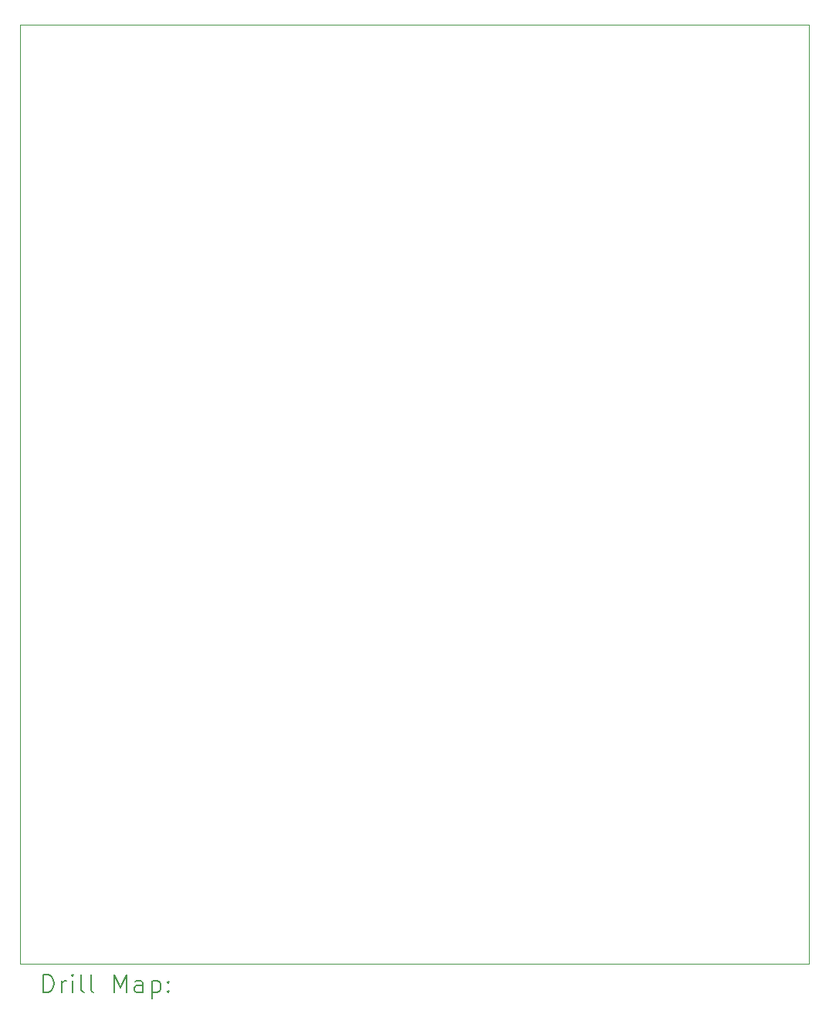
<source format=gbr>
%FSLAX45Y45*%
G04 Gerber Fmt 4.5, Leading zero omitted, Abs format (unit mm)*
G04 Created by KiCad (PCBNEW (6.0.0)) date 2022-08-19 13:47:37*
%MOMM*%
%LPD*%
G01*
G04 APERTURE LIST*
%TA.AperFunction,Profile*%
%ADD10C,0.100000*%
%TD*%
%ADD11C,0.200000*%
G04 APERTURE END LIST*
D10*
X10000000Y-5000000D02*
X18650000Y-5000000D01*
X10000000Y-15300000D02*
X10000000Y-5000000D01*
X18650000Y-15300000D02*
X18650000Y-5000000D01*
X10000000Y-15300000D02*
X18650000Y-15300000D01*
D11*
X10252619Y-15615476D02*
X10252619Y-15415476D01*
X10300238Y-15415476D01*
X10328810Y-15425000D01*
X10347857Y-15444048D01*
X10357381Y-15463095D01*
X10366905Y-15501190D01*
X10366905Y-15529762D01*
X10357381Y-15567857D01*
X10347857Y-15586905D01*
X10328810Y-15605952D01*
X10300238Y-15615476D01*
X10252619Y-15615476D01*
X10452619Y-15615476D02*
X10452619Y-15482143D01*
X10452619Y-15520238D02*
X10462143Y-15501190D01*
X10471667Y-15491667D01*
X10490714Y-15482143D01*
X10509762Y-15482143D01*
X10576429Y-15615476D02*
X10576429Y-15482143D01*
X10576429Y-15415476D02*
X10566905Y-15425000D01*
X10576429Y-15434524D01*
X10585952Y-15425000D01*
X10576429Y-15415476D01*
X10576429Y-15434524D01*
X10700238Y-15615476D02*
X10681190Y-15605952D01*
X10671667Y-15586905D01*
X10671667Y-15415476D01*
X10805000Y-15615476D02*
X10785952Y-15605952D01*
X10776429Y-15586905D01*
X10776429Y-15415476D01*
X11033571Y-15615476D02*
X11033571Y-15415476D01*
X11100238Y-15558333D01*
X11166905Y-15415476D01*
X11166905Y-15615476D01*
X11347857Y-15615476D02*
X11347857Y-15510714D01*
X11338333Y-15491667D01*
X11319286Y-15482143D01*
X11281190Y-15482143D01*
X11262143Y-15491667D01*
X11347857Y-15605952D02*
X11328809Y-15615476D01*
X11281190Y-15615476D01*
X11262143Y-15605952D01*
X11252619Y-15586905D01*
X11252619Y-15567857D01*
X11262143Y-15548809D01*
X11281190Y-15539286D01*
X11328809Y-15539286D01*
X11347857Y-15529762D01*
X11443095Y-15482143D02*
X11443095Y-15682143D01*
X11443095Y-15491667D02*
X11462143Y-15482143D01*
X11500238Y-15482143D01*
X11519286Y-15491667D01*
X11528809Y-15501190D01*
X11538333Y-15520238D01*
X11538333Y-15577381D01*
X11528809Y-15596428D01*
X11519286Y-15605952D01*
X11500238Y-15615476D01*
X11462143Y-15615476D01*
X11443095Y-15605952D01*
X11624048Y-15596428D02*
X11633571Y-15605952D01*
X11624048Y-15615476D01*
X11614524Y-15605952D01*
X11624048Y-15596428D01*
X11624048Y-15615476D01*
X11624048Y-15491667D02*
X11633571Y-15501190D01*
X11624048Y-15510714D01*
X11614524Y-15501190D01*
X11624048Y-15491667D01*
X11624048Y-15510714D01*
M02*

</source>
